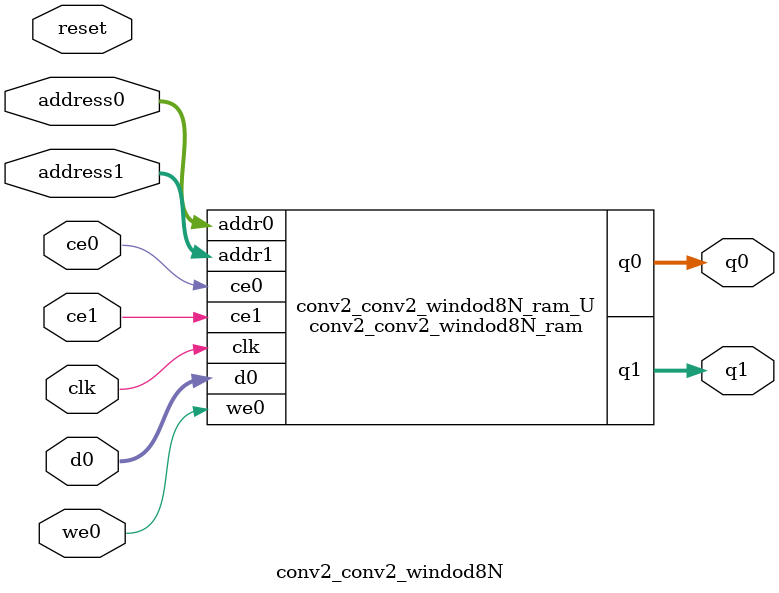
<source format=v>
`timescale 1 ns / 1 ps
module conv2_conv2_windod8N_ram (addr0, ce0, d0, we0, q0, addr1, ce1, q1,  clk);

parameter DWIDTH = 5;
parameter AWIDTH = 4;
parameter MEM_SIZE = 16;

input[AWIDTH-1:0] addr0;
input ce0;
input[DWIDTH-1:0] d0;
input we0;
output reg[DWIDTH-1:0] q0;
input[AWIDTH-1:0] addr1;
input ce1;
output reg[DWIDTH-1:0] q1;
input clk;

(* ram_style = "distributed" *)reg [DWIDTH-1:0] ram[0:MEM_SIZE-1];




always @(posedge clk)  
begin 
    if (ce0) begin
        if (we0) 
            ram[addr0] <= d0; 
        q0 <= ram[addr0];
    end
end


always @(posedge clk)  
begin 
    if (ce1) begin
        q1 <= ram[addr1];
    end
end


endmodule

`timescale 1 ns / 1 ps
module conv2_conv2_windod8N(
    reset,
    clk,
    address0,
    ce0,
    we0,
    d0,
    q0,
    address1,
    ce1,
    q1);

parameter DataWidth = 32'd5;
parameter AddressRange = 32'd16;
parameter AddressWidth = 32'd4;
input reset;
input clk;
input[AddressWidth - 1:0] address0;
input ce0;
input we0;
input[DataWidth - 1:0] d0;
output[DataWidth - 1:0] q0;
input[AddressWidth - 1:0] address1;
input ce1;
output[DataWidth - 1:0] q1;



conv2_conv2_windod8N_ram conv2_conv2_windod8N_ram_U(
    .clk( clk ),
    .addr0( address0 ),
    .ce0( ce0 ),
    .we0( we0 ),
    .d0( d0 ),
    .q0( q0 ),
    .addr1( address1 ),
    .ce1( ce1 ),
    .q1( q1 ));

endmodule


</source>
